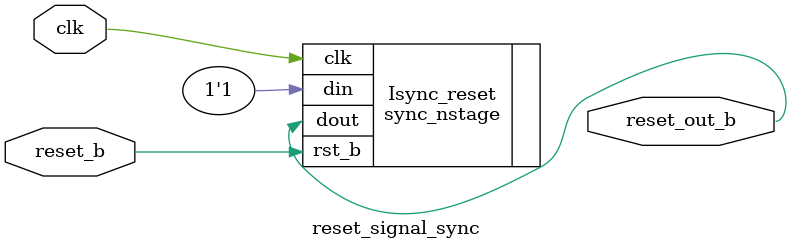
<source format=sv>

module reset_signal_sync (
  input                clk,              // clock input
  input                reset_b,          // reset input
  output wire          reset_out_b       // output reset
);
  
// 2-flop synchronizer - reset_out_b is asserted asynch, but  de-asserted synchronously.
sync_nstage Isync_reset (.clk(clk), .din(1'b1), .rst_b(reset_b), .dout(reset_out_b));



endmodule

</source>
